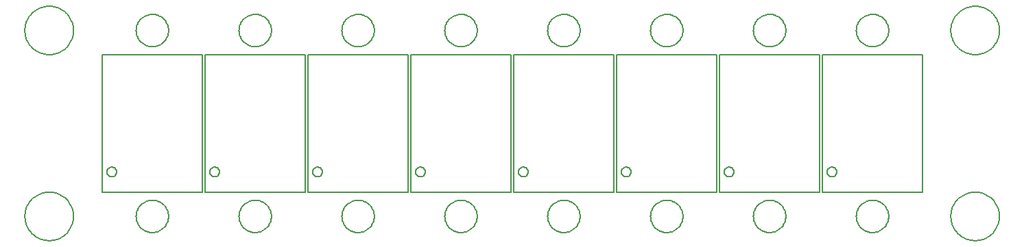
<source format=gbo>
G75*
G70*
%OFA0B0*%
%FSLAX24Y24*%
%IPPOS*%
%LPD*%
%AMOC8*
5,1,8,0,0,1.08239X$1,22.5*
%
%ADD10C,0.0050*%
%ADD11C,0.0080*%
D10*
X006119Y001306D02*
X006121Y001375D01*
X006127Y001443D01*
X006137Y001511D01*
X006151Y001578D01*
X006169Y001645D01*
X006190Y001710D01*
X006216Y001774D01*
X006245Y001836D01*
X006277Y001896D01*
X006313Y001955D01*
X006353Y002011D01*
X006395Y002065D01*
X006441Y002116D01*
X006490Y002165D01*
X006541Y002211D01*
X006595Y002253D01*
X006651Y002293D01*
X006709Y002329D01*
X006770Y002361D01*
X006832Y002390D01*
X006896Y002416D01*
X006961Y002437D01*
X007028Y002455D01*
X007095Y002469D01*
X007163Y002479D01*
X007231Y002485D01*
X007300Y002487D01*
X007369Y002485D01*
X007437Y002479D01*
X007505Y002469D01*
X007572Y002455D01*
X007639Y002437D01*
X007704Y002416D01*
X007768Y002390D01*
X007830Y002361D01*
X007890Y002329D01*
X007949Y002293D01*
X008005Y002253D01*
X008059Y002211D01*
X008110Y002165D01*
X008159Y002116D01*
X008205Y002065D01*
X008247Y002011D01*
X008287Y001955D01*
X008323Y001896D01*
X008355Y001836D01*
X008384Y001774D01*
X008410Y001710D01*
X008431Y001645D01*
X008449Y001578D01*
X008463Y001511D01*
X008473Y001443D01*
X008479Y001375D01*
X008481Y001306D01*
X008479Y001237D01*
X008473Y001169D01*
X008463Y001101D01*
X008449Y001034D01*
X008431Y000967D01*
X008410Y000902D01*
X008384Y000838D01*
X008355Y000776D01*
X008323Y000715D01*
X008287Y000657D01*
X008247Y000601D01*
X008205Y000547D01*
X008159Y000496D01*
X008110Y000447D01*
X008059Y000401D01*
X008005Y000359D01*
X007949Y000319D01*
X007891Y000283D01*
X007830Y000251D01*
X007768Y000222D01*
X007704Y000196D01*
X007639Y000175D01*
X007572Y000157D01*
X007505Y000143D01*
X007437Y000133D01*
X007369Y000127D01*
X007300Y000125D01*
X007231Y000127D01*
X007163Y000133D01*
X007095Y000143D01*
X007028Y000157D01*
X006961Y000175D01*
X006896Y000196D01*
X006832Y000222D01*
X006770Y000251D01*
X006709Y000283D01*
X006651Y000319D01*
X006595Y000359D01*
X006541Y000401D01*
X006490Y000447D01*
X006441Y000496D01*
X006395Y000547D01*
X006353Y000601D01*
X006313Y000657D01*
X006277Y000715D01*
X006245Y000776D01*
X006216Y000838D01*
X006190Y000902D01*
X006169Y000967D01*
X006151Y001034D01*
X006137Y001101D01*
X006127Y001169D01*
X006121Y001237D01*
X006119Y001306D01*
X011525Y001306D02*
X011527Y001362D01*
X011533Y001417D01*
X011543Y001471D01*
X011556Y001525D01*
X011574Y001578D01*
X011595Y001629D01*
X011619Y001679D01*
X011647Y001727D01*
X011679Y001773D01*
X011713Y001817D01*
X011751Y001858D01*
X011791Y001896D01*
X011834Y001931D01*
X011879Y001963D01*
X011927Y001992D01*
X011976Y002018D01*
X012027Y002040D01*
X012079Y002058D01*
X012133Y002072D01*
X012188Y002083D01*
X012243Y002090D01*
X012298Y002093D01*
X012354Y002092D01*
X012409Y002087D01*
X012464Y002078D01*
X012518Y002066D01*
X012571Y002049D01*
X012623Y002029D01*
X012673Y002005D01*
X012721Y001978D01*
X012768Y001948D01*
X012812Y001914D01*
X012854Y001877D01*
X012892Y001837D01*
X012929Y001795D01*
X012962Y001750D01*
X012991Y001704D01*
X013018Y001655D01*
X013040Y001604D01*
X013060Y001552D01*
X013075Y001498D01*
X013087Y001444D01*
X013095Y001389D01*
X013099Y001334D01*
X013099Y001278D01*
X013095Y001223D01*
X013087Y001168D01*
X013075Y001114D01*
X013060Y001060D01*
X013040Y001008D01*
X013018Y000957D01*
X012991Y000908D01*
X012962Y000862D01*
X012929Y000817D01*
X012892Y000775D01*
X012854Y000735D01*
X012812Y000698D01*
X012768Y000664D01*
X012721Y000634D01*
X012673Y000607D01*
X012623Y000583D01*
X012571Y000563D01*
X012518Y000546D01*
X012464Y000534D01*
X012409Y000525D01*
X012354Y000520D01*
X012298Y000519D01*
X012243Y000522D01*
X012188Y000529D01*
X012133Y000540D01*
X012079Y000554D01*
X012027Y000572D01*
X011976Y000594D01*
X011927Y000620D01*
X011879Y000649D01*
X011834Y000681D01*
X011791Y000716D01*
X011751Y000754D01*
X011713Y000795D01*
X011679Y000839D01*
X011647Y000885D01*
X011619Y000933D01*
X011595Y000983D01*
X011574Y001034D01*
X011556Y001087D01*
X011543Y001141D01*
X011533Y001195D01*
X011527Y001250D01*
X011525Y001306D01*
X016525Y001306D02*
X016527Y001362D01*
X016533Y001417D01*
X016543Y001471D01*
X016556Y001525D01*
X016574Y001578D01*
X016595Y001629D01*
X016619Y001679D01*
X016647Y001727D01*
X016679Y001773D01*
X016713Y001817D01*
X016751Y001858D01*
X016791Y001896D01*
X016834Y001931D01*
X016879Y001963D01*
X016927Y001992D01*
X016976Y002018D01*
X017027Y002040D01*
X017079Y002058D01*
X017133Y002072D01*
X017188Y002083D01*
X017243Y002090D01*
X017298Y002093D01*
X017354Y002092D01*
X017409Y002087D01*
X017464Y002078D01*
X017518Y002066D01*
X017571Y002049D01*
X017623Y002029D01*
X017673Y002005D01*
X017721Y001978D01*
X017768Y001948D01*
X017812Y001914D01*
X017854Y001877D01*
X017892Y001837D01*
X017929Y001795D01*
X017962Y001750D01*
X017991Y001704D01*
X018018Y001655D01*
X018040Y001604D01*
X018060Y001552D01*
X018075Y001498D01*
X018087Y001444D01*
X018095Y001389D01*
X018099Y001334D01*
X018099Y001278D01*
X018095Y001223D01*
X018087Y001168D01*
X018075Y001114D01*
X018060Y001060D01*
X018040Y001008D01*
X018018Y000957D01*
X017991Y000908D01*
X017962Y000862D01*
X017929Y000817D01*
X017892Y000775D01*
X017854Y000735D01*
X017812Y000698D01*
X017768Y000664D01*
X017721Y000634D01*
X017673Y000607D01*
X017623Y000583D01*
X017571Y000563D01*
X017518Y000546D01*
X017464Y000534D01*
X017409Y000525D01*
X017354Y000520D01*
X017298Y000519D01*
X017243Y000522D01*
X017188Y000529D01*
X017133Y000540D01*
X017079Y000554D01*
X017027Y000572D01*
X016976Y000594D01*
X016927Y000620D01*
X016879Y000649D01*
X016834Y000681D01*
X016791Y000716D01*
X016751Y000754D01*
X016713Y000795D01*
X016679Y000839D01*
X016647Y000885D01*
X016619Y000933D01*
X016595Y000983D01*
X016574Y001034D01*
X016556Y001087D01*
X016543Y001141D01*
X016533Y001195D01*
X016527Y001250D01*
X016525Y001306D01*
X021525Y001306D02*
X021527Y001362D01*
X021533Y001417D01*
X021543Y001471D01*
X021556Y001525D01*
X021574Y001578D01*
X021595Y001629D01*
X021619Y001679D01*
X021647Y001727D01*
X021679Y001773D01*
X021713Y001817D01*
X021751Y001858D01*
X021791Y001896D01*
X021834Y001931D01*
X021879Y001963D01*
X021927Y001992D01*
X021976Y002018D01*
X022027Y002040D01*
X022079Y002058D01*
X022133Y002072D01*
X022188Y002083D01*
X022243Y002090D01*
X022298Y002093D01*
X022354Y002092D01*
X022409Y002087D01*
X022464Y002078D01*
X022518Y002066D01*
X022571Y002049D01*
X022623Y002029D01*
X022673Y002005D01*
X022721Y001978D01*
X022768Y001948D01*
X022812Y001914D01*
X022854Y001877D01*
X022892Y001837D01*
X022929Y001795D01*
X022962Y001750D01*
X022991Y001704D01*
X023018Y001655D01*
X023040Y001604D01*
X023060Y001552D01*
X023075Y001498D01*
X023087Y001444D01*
X023095Y001389D01*
X023099Y001334D01*
X023099Y001278D01*
X023095Y001223D01*
X023087Y001168D01*
X023075Y001114D01*
X023060Y001060D01*
X023040Y001008D01*
X023018Y000957D01*
X022991Y000908D01*
X022962Y000862D01*
X022929Y000817D01*
X022892Y000775D01*
X022854Y000735D01*
X022812Y000698D01*
X022768Y000664D01*
X022721Y000634D01*
X022673Y000607D01*
X022623Y000583D01*
X022571Y000563D01*
X022518Y000546D01*
X022464Y000534D01*
X022409Y000525D01*
X022354Y000520D01*
X022298Y000519D01*
X022243Y000522D01*
X022188Y000529D01*
X022133Y000540D01*
X022079Y000554D01*
X022027Y000572D01*
X021976Y000594D01*
X021927Y000620D01*
X021879Y000649D01*
X021834Y000681D01*
X021791Y000716D01*
X021751Y000754D01*
X021713Y000795D01*
X021679Y000839D01*
X021647Y000885D01*
X021619Y000933D01*
X021595Y000983D01*
X021574Y001034D01*
X021556Y001087D01*
X021543Y001141D01*
X021533Y001195D01*
X021527Y001250D01*
X021525Y001306D01*
X026525Y001306D02*
X026527Y001362D01*
X026533Y001417D01*
X026543Y001471D01*
X026556Y001525D01*
X026574Y001578D01*
X026595Y001629D01*
X026619Y001679D01*
X026647Y001727D01*
X026679Y001773D01*
X026713Y001817D01*
X026751Y001858D01*
X026791Y001896D01*
X026834Y001931D01*
X026879Y001963D01*
X026927Y001992D01*
X026976Y002018D01*
X027027Y002040D01*
X027079Y002058D01*
X027133Y002072D01*
X027188Y002083D01*
X027243Y002090D01*
X027298Y002093D01*
X027354Y002092D01*
X027409Y002087D01*
X027464Y002078D01*
X027518Y002066D01*
X027571Y002049D01*
X027623Y002029D01*
X027673Y002005D01*
X027721Y001978D01*
X027768Y001948D01*
X027812Y001914D01*
X027854Y001877D01*
X027892Y001837D01*
X027929Y001795D01*
X027962Y001750D01*
X027991Y001704D01*
X028018Y001655D01*
X028040Y001604D01*
X028060Y001552D01*
X028075Y001498D01*
X028087Y001444D01*
X028095Y001389D01*
X028099Y001334D01*
X028099Y001278D01*
X028095Y001223D01*
X028087Y001168D01*
X028075Y001114D01*
X028060Y001060D01*
X028040Y001008D01*
X028018Y000957D01*
X027991Y000908D01*
X027962Y000862D01*
X027929Y000817D01*
X027892Y000775D01*
X027854Y000735D01*
X027812Y000698D01*
X027768Y000664D01*
X027721Y000634D01*
X027673Y000607D01*
X027623Y000583D01*
X027571Y000563D01*
X027518Y000546D01*
X027464Y000534D01*
X027409Y000525D01*
X027354Y000520D01*
X027298Y000519D01*
X027243Y000522D01*
X027188Y000529D01*
X027133Y000540D01*
X027079Y000554D01*
X027027Y000572D01*
X026976Y000594D01*
X026927Y000620D01*
X026879Y000649D01*
X026834Y000681D01*
X026791Y000716D01*
X026751Y000754D01*
X026713Y000795D01*
X026679Y000839D01*
X026647Y000885D01*
X026619Y000933D01*
X026595Y000983D01*
X026574Y001034D01*
X026556Y001087D01*
X026543Y001141D01*
X026533Y001195D01*
X026527Y001250D01*
X026525Y001306D01*
X031525Y001306D02*
X031527Y001362D01*
X031533Y001417D01*
X031543Y001471D01*
X031556Y001525D01*
X031574Y001578D01*
X031595Y001629D01*
X031619Y001679D01*
X031647Y001727D01*
X031679Y001773D01*
X031713Y001817D01*
X031751Y001858D01*
X031791Y001896D01*
X031834Y001931D01*
X031879Y001963D01*
X031927Y001992D01*
X031976Y002018D01*
X032027Y002040D01*
X032079Y002058D01*
X032133Y002072D01*
X032188Y002083D01*
X032243Y002090D01*
X032298Y002093D01*
X032354Y002092D01*
X032409Y002087D01*
X032464Y002078D01*
X032518Y002066D01*
X032571Y002049D01*
X032623Y002029D01*
X032673Y002005D01*
X032721Y001978D01*
X032768Y001948D01*
X032812Y001914D01*
X032854Y001877D01*
X032892Y001837D01*
X032929Y001795D01*
X032962Y001750D01*
X032991Y001704D01*
X033018Y001655D01*
X033040Y001604D01*
X033060Y001552D01*
X033075Y001498D01*
X033087Y001444D01*
X033095Y001389D01*
X033099Y001334D01*
X033099Y001278D01*
X033095Y001223D01*
X033087Y001168D01*
X033075Y001114D01*
X033060Y001060D01*
X033040Y001008D01*
X033018Y000957D01*
X032991Y000908D01*
X032962Y000862D01*
X032929Y000817D01*
X032892Y000775D01*
X032854Y000735D01*
X032812Y000698D01*
X032768Y000664D01*
X032721Y000634D01*
X032673Y000607D01*
X032623Y000583D01*
X032571Y000563D01*
X032518Y000546D01*
X032464Y000534D01*
X032409Y000525D01*
X032354Y000520D01*
X032298Y000519D01*
X032243Y000522D01*
X032188Y000529D01*
X032133Y000540D01*
X032079Y000554D01*
X032027Y000572D01*
X031976Y000594D01*
X031927Y000620D01*
X031879Y000649D01*
X031834Y000681D01*
X031791Y000716D01*
X031751Y000754D01*
X031713Y000795D01*
X031679Y000839D01*
X031647Y000885D01*
X031619Y000933D01*
X031595Y000983D01*
X031574Y001034D01*
X031556Y001087D01*
X031543Y001141D01*
X031533Y001195D01*
X031527Y001250D01*
X031525Y001306D01*
X036525Y001306D02*
X036527Y001362D01*
X036533Y001417D01*
X036543Y001471D01*
X036556Y001525D01*
X036574Y001578D01*
X036595Y001629D01*
X036619Y001679D01*
X036647Y001727D01*
X036679Y001773D01*
X036713Y001817D01*
X036751Y001858D01*
X036791Y001896D01*
X036834Y001931D01*
X036879Y001963D01*
X036927Y001992D01*
X036976Y002018D01*
X037027Y002040D01*
X037079Y002058D01*
X037133Y002072D01*
X037188Y002083D01*
X037243Y002090D01*
X037298Y002093D01*
X037354Y002092D01*
X037409Y002087D01*
X037464Y002078D01*
X037518Y002066D01*
X037571Y002049D01*
X037623Y002029D01*
X037673Y002005D01*
X037721Y001978D01*
X037768Y001948D01*
X037812Y001914D01*
X037854Y001877D01*
X037892Y001837D01*
X037929Y001795D01*
X037962Y001750D01*
X037991Y001704D01*
X038018Y001655D01*
X038040Y001604D01*
X038060Y001552D01*
X038075Y001498D01*
X038087Y001444D01*
X038095Y001389D01*
X038099Y001334D01*
X038099Y001278D01*
X038095Y001223D01*
X038087Y001168D01*
X038075Y001114D01*
X038060Y001060D01*
X038040Y001008D01*
X038018Y000957D01*
X037991Y000908D01*
X037962Y000862D01*
X037929Y000817D01*
X037892Y000775D01*
X037854Y000735D01*
X037812Y000698D01*
X037768Y000664D01*
X037721Y000634D01*
X037673Y000607D01*
X037623Y000583D01*
X037571Y000563D01*
X037518Y000546D01*
X037464Y000534D01*
X037409Y000525D01*
X037354Y000520D01*
X037298Y000519D01*
X037243Y000522D01*
X037188Y000529D01*
X037133Y000540D01*
X037079Y000554D01*
X037027Y000572D01*
X036976Y000594D01*
X036927Y000620D01*
X036879Y000649D01*
X036834Y000681D01*
X036791Y000716D01*
X036751Y000754D01*
X036713Y000795D01*
X036679Y000839D01*
X036647Y000885D01*
X036619Y000933D01*
X036595Y000983D01*
X036574Y001034D01*
X036556Y001087D01*
X036543Y001141D01*
X036533Y001195D01*
X036527Y001250D01*
X036525Y001306D01*
X041525Y001306D02*
X041527Y001362D01*
X041533Y001417D01*
X041543Y001471D01*
X041556Y001525D01*
X041574Y001578D01*
X041595Y001629D01*
X041619Y001679D01*
X041647Y001727D01*
X041679Y001773D01*
X041713Y001817D01*
X041751Y001858D01*
X041791Y001896D01*
X041834Y001931D01*
X041879Y001963D01*
X041927Y001992D01*
X041976Y002018D01*
X042027Y002040D01*
X042079Y002058D01*
X042133Y002072D01*
X042188Y002083D01*
X042243Y002090D01*
X042298Y002093D01*
X042354Y002092D01*
X042409Y002087D01*
X042464Y002078D01*
X042518Y002066D01*
X042571Y002049D01*
X042623Y002029D01*
X042673Y002005D01*
X042721Y001978D01*
X042768Y001948D01*
X042812Y001914D01*
X042854Y001877D01*
X042892Y001837D01*
X042929Y001795D01*
X042962Y001750D01*
X042991Y001704D01*
X043018Y001655D01*
X043040Y001604D01*
X043060Y001552D01*
X043075Y001498D01*
X043087Y001444D01*
X043095Y001389D01*
X043099Y001334D01*
X043099Y001278D01*
X043095Y001223D01*
X043087Y001168D01*
X043075Y001114D01*
X043060Y001060D01*
X043040Y001008D01*
X043018Y000957D01*
X042991Y000908D01*
X042962Y000862D01*
X042929Y000817D01*
X042892Y000775D01*
X042854Y000735D01*
X042812Y000698D01*
X042768Y000664D01*
X042721Y000634D01*
X042673Y000607D01*
X042623Y000583D01*
X042571Y000563D01*
X042518Y000546D01*
X042464Y000534D01*
X042409Y000525D01*
X042354Y000520D01*
X042298Y000519D01*
X042243Y000522D01*
X042188Y000529D01*
X042133Y000540D01*
X042079Y000554D01*
X042027Y000572D01*
X041976Y000594D01*
X041927Y000620D01*
X041879Y000649D01*
X041834Y000681D01*
X041791Y000716D01*
X041751Y000754D01*
X041713Y000795D01*
X041679Y000839D01*
X041647Y000885D01*
X041619Y000933D01*
X041595Y000983D01*
X041574Y001034D01*
X041556Y001087D01*
X041543Y001141D01*
X041533Y001195D01*
X041527Y001250D01*
X041525Y001306D01*
X046525Y001306D02*
X046527Y001362D01*
X046533Y001417D01*
X046543Y001471D01*
X046556Y001525D01*
X046574Y001578D01*
X046595Y001629D01*
X046619Y001679D01*
X046647Y001727D01*
X046679Y001773D01*
X046713Y001817D01*
X046751Y001858D01*
X046791Y001896D01*
X046834Y001931D01*
X046879Y001963D01*
X046927Y001992D01*
X046976Y002018D01*
X047027Y002040D01*
X047079Y002058D01*
X047133Y002072D01*
X047188Y002083D01*
X047243Y002090D01*
X047298Y002093D01*
X047354Y002092D01*
X047409Y002087D01*
X047464Y002078D01*
X047518Y002066D01*
X047571Y002049D01*
X047623Y002029D01*
X047673Y002005D01*
X047721Y001978D01*
X047768Y001948D01*
X047812Y001914D01*
X047854Y001877D01*
X047892Y001837D01*
X047929Y001795D01*
X047962Y001750D01*
X047991Y001704D01*
X048018Y001655D01*
X048040Y001604D01*
X048060Y001552D01*
X048075Y001498D01*
X048087Y001444D01*
X048095Y001389D01*
X048099Y001334D01*
X048099Y001278D01*
X048095Y001223D01*
X048087Y001168D01*
X048075Y001114D01*
X048060Y001060D01*
X048040Y001008D01*
X048018Y000957D01*
X047991Y000908D01*
X047962Y000862D01*
X047929Y000817D01*
X047892Y000775D01*
X047854Y000735D01*
X047812Y000698D01*
X047768Y000664D01*
X047721Y000634D01*
X047673Y000607D01*
X047623Y000583D01*
X047571Y000563D01*
X047518Y000546D01*
X047464Y000534D01*
X047409Y000525D01*
X047354Y000520D01*
X047298Y000519D01*
X047243Y000522D01*
X047188Y000529D01*
X047133Y000540D01*
X047079Y000554D01*
X047027Y000572D01*
X046976Y000594D01*
X046927Y000620D01*
X046879Y000649D01*
X046834Y000681D01*
X046791Y000716D01*
X046751Y000754D01*
X046713Y000795D01*
X046679Y000839D01*
X046647Y000885D01*
X046619Y000933D01*
X046595Y000983D01*
X046574Y001034D01*
X046556Y001087D01*
X046543Y001141D01*
X046533Y001195D01*
X046527Y001250D01*
X046525Y001306D01*
X051119Y001306D02*
X051121Y001375D01*
X051127Y001443D01*
X051137Y001511D01*
X051151Y001578D01*
X051169Y001645D01*
X051190Y001710D01*
X051216Y001774D01*
X051245Y001836D01*
X051277Y001896D01*
X051313Y001955D01*
X051353Y002011D01*
X051395Y002065D01*
X051441Y002116D01*
X051490Y002165D01*
X051541Y002211D01*
X051595Y002253D01*
X051651Y002293D01*
X051709Y002329D01*
X051770Y002361D01*
X051832Y002390D01*
X051896Y002416D01*
X051961Y002437D01*
X052028Y002455D01*
X052095Y002469D01*
X052163Y002479D01*
X052231Y002485D01*
X052300Y002487D01*
X052369Y002485D01*
X052437Y002479D01*
X052505Y002469D01*
X052572Y002455D01*
X052639Y002437D01*
X052704Y002416D01*
X052768Y002390D01*
X052830Y002361D01*
X052890Y002329D01*
X052949Y002293D01*
X053005Y002253D01*
X053059Y002211D01*
X053110Y002165D01*
X053159Y002116D01*
X053205Y002065D01*
X053247Y002011D01*
X053287Y001955D01*
X053323Y001896D01*
X053355Y001836D01*
X053384Y001774D01*
X053410Y001710D01*
X053431Y001645D01*
X053449Y001578D01*
X053463Y001511D01*
X053473Y001443D01*
X053479Y001375D01*
X053481Y001306D01*
X053479Y001237D01*
X053473Y001169D01*
X053463Y001101D01*
X053449Y001034D01*
X053431Y000967D01*
X053410Y000902D01*
X053384Y000838D01*
X053355Y000776D01*
X053323Y000715D01*
X053287Y000657D01*
X053247Y000601D01*
X053205Y000547D01*
X053159Y000496D01*
X053110Y000447D01*
X053059Y000401D01*
X053005Y000359D01*
X052949Y000319D01*
X052891Y000283D01*
X052830Y000251D01*
X052768Y000222D01*
X052704Y000196D01*
X052639Y000175D01*
X052572Y000157D01*
X052505Y000143D01*
X052437Y000133D01*
X052369Y000127D01*
X052300Y000125D01*
X052231Y000127D01*
X052163Y000133D01*
X052095Y000143D01*
X052028Y000157D01*
X051961Y000175D01*
X051896Y000196D01*
X051832Y000222D01*
X051770Y000251D01*
X051709Y000283D01*
X051651Y000319D01*
X051595Y000359D01*
X051541Y000401D01*
X051490Y000447D01*
X051441Y000496D01*
X051395Y000547D01*
X051353Y000601D01*
X051313Y000657D01*
X051277Y000715D01*
X051245Y000776D01*
X051216Y000838D01*
X051190Y000902D01*
X051169Y000967D01*
X051151Y001034D01*
X051137Y001101D01*
X051127Y001169D01*
X051121Y001237D01*
X051119Y001306D01*
X051123Y010361D02*
X051125Y010430D01*
X051131Y010498D01*
X051141Y010566D01*
X051155Y010633D01*
X051173Y010700D01*
X051194Y010765D01*
X051220Y010829D01*
X051249Y010891D01*
X051281Y010951D01*
X051317Y011010D01*
X051357Y011066D01*
X051399Y011120D01*
X051445Y011171D01*
X051494Y011220D01*
X051545Y011266D01*
X051599Y011308D01*
X051655Y011348D01*
X051713Y011384D01*
X051774Y011416D01*
X051836Y011445D01*
X051900Y011471D01*
X051965Y011492D01*
X052032Y011510D01*
X052099Y011524D01*
X052167Y011534D01*
X052235Y011540D01*
X052304Y011542D01*
X052373Y011540D01*
X052441Y011534D01*
X052509Y011524D01*
X052576Y011510D01*
X052643Y011492D01*
X052708Y011471D01*
X052772Y011445D01*
X052834Y011416D01*
X052894Y011384D01*
X052953Y011348D01*
X053009Y011308D01*
X053063Y011266D01*
X053114Y011220D01*
X053163Y011171D01*
X053209Y011120D01*
X053251Y011066D01*
X053291Y011010D01*
X053327Y010951D01*
X053359Y010891D01*
X053388Y010829D01*
X053414Y010765D01*
X053435Y010700D01*
X053453Y010633D01*
X053467Y010566D01*
X053477Y010498D01*
X053483Y010430D01*
X053485Y010361D01*
X053483Y010292D01*
X053477Y010224D01*
X053467Y010156D01*
X053453Y010089D01*
X053435Y010022D01*
X053414Y009957D01*
X053388Y009893D01*
X053359Y009831D01*
X053327Y009770D01*
X053291Y009712D01*
X053251Y009656D01*
X053209Y009602D01*
X053163Y009551D01*
X053114Y009502D01*
X053063Y009456D01*
X053009Y009414D01*
X052953Y009374D01*
X052895Y009338D01*
X052834Y009306D01*
X052772Y009277D01*
X052708Y009251D01*
X052643Y009230D01*
X052576Y009212D01*
X052509Y009198D01*
X052441Y009188D01*
X052373Y009182D01*
X052304Y009180D01*
X052235Y009182D01*
X052167Y009188D01*
X052099Y009198D01*
X052032Y009212D01*
X051965Y009230D01*
X051900Y009251D01*
X051836Y009277D01*
X051774Y009306D01*
X051713Y009338D01*
X051655Y009374D01*
X051599Y009414D01*
X051545Y009456D01*
X051494Y009502D01*
X051445Y009551D01*
X051399Y009602D01*
X051357Y009656D01*
X051317Y009712D01*
X051281Y009770D01*
X051249Y009831D01*
X051220Y009893D01*
X051194Y009957D01*
X051173Y010022D01*
X051155Y010089D01*
X051141Y010156D01*
X051131Y010224D01*
X051125Y010292D01*
X051123Y010361D01*
X046525Y010361D02*
X046527Y010417D01*
X046533Y010472D01*
X046543Y010526D01*
X046556Y010580D01*
X046574Y010633D01*
X046595Y010684D01*
X046619Y010734D01*
X046647Y010782D01*
X046679Y010828D01*
X046713Y010872D01*
X046751Y010913D01*
X046791Y010951D01*
X046834Y010986D01*
X046879Y011018D01*
X046927Y011047D01*
X046976Y011073D01*
X047027Y011095D01*
X047079Y011113D01*
X047133Y011127D01*
X047188Y011138D01*
X047243Y011145D01*
X047298Y011148D01*
X047354Y011147D01*
X047409Y011142D01*
X047464Y011133D01*
X047518Y011121D01*
X047571Y011104D01*
X047623Y011084D01*
X047673Y011060D01*
X047721Y011033D01*
X047768Y011003D01*
X047812Y010969D01*
X047854Y010932D01*
X047892Y010892D01*
X047929Y010850D01*
X047962Y010805D01*
X047991Y010759D01*
X048018Y010710D01*
X048040Y010659D01*
X048060Y010607D01*
X048075Y010553D01*
X048087Y010499D01*
X048095Y010444D01*
X048099Y010389D01*
X048099Y010333D01*
X048095Y010278D01*
X048087Y010223D01*
X048075Y010169D01*
X048060Y010115D01*
X048040Y010063D01*
X048018Y010012D01*
X047991Y009963D01*
X047962Y009917D01*
X047929Y009872D01*
X047892Y009830D01*
X047854Y009790D01*
X047812Y009753D01*
X047768Y009719D01*
X047721Y009689D01*
X047673Y009662D01*
X047623Y009638D01*
X047571Y009618D01*
X047518Y009601D01*
X047464Y009589D01*
X047409Y009580D01*
X047354Y009575D01*
X047298Y009574D01*
X047243Y009577D01*
X047188Y009584D01*
X047133Y009595D01*
X047079Y009609D01*
X047027Y009627D01*
X046976Y009649D01*
X046927Y009675D01*
X046879Y009704D01*
X046834Y009736D01*
X046791Y009771D01*
X046751Y009809D01*
X046713Y009850D01*
X046679Y009894D01*
X046647Y009940D01*
X046619Y009988D01*
X046595Y010038D01*
X046574Y010089D01*
X046556Y010142D01*
X046543Y010196D01*
X046533Y010250D01*
X046527Y010305D01*
X046525Y010361D01*
X041525Y010361D02*
X041527Y010417D01*
X041533Y010472D01*
X041543Y010526D01*
X041556Y010580D01*
X041574Y010633D01*
X041595Y010684D01*
X041619Y010734D01*
X041647Y010782D01*
X041679Y010828D01*
X041713Y010872D01*
X041751Y010913D01*
X041791Y010951D01*
X041834Y010986D01*
X041879Y011018D01*
X041927Y011047D01*
X041976Y011073D01*
X042027Y011095D01*
X042079Y011113D01*
X042133Y011127D01*
X042188Y011138D01*
X042243Y011145D01*
X042298Y011148D01*
X042354Y011147D01*
X042409Y011142D01*
X042464Y011133D01*
X042518Y011121D01*
X042571Y011104D01*
X042623Y011084D01*
X042673Y011060D01*
X042721Y011033D01*
X042768Y011003D01*
X042812Y010969D01*
X042854Y010932D01*
X042892Y010892D01*
X042929Y010850D01*
X042962Y010805D01*
X042991Y010759D01*
X043018Y010710D01*
X043040Y010659D01*
X043060Y010607D01*
X043075Y010553D01*
X043087Y010499D01*
X043095Y010444D01*
X043099Y010389D01*
X043099Y010333D01*
X043095Y010278D01*
X043087Y010223D01*
X043075Y010169D01*
X043060Y010115D01*
X043040Y010063D01*
X043018Y010012D01*
X042991Y009963D01*
X042962Y009917D01*
X042929Y009872D01*
X042892Y009830D01*
X042854Y009790D01*
X042812Y009753D01*
X042768Y009719D01*
X042721Y009689D01*
X042673Y009662D01*
X042623Y009638D01*
X042571Y009618D01*
X042518Y009601D01*
X042464Y009589D01*
X042409Y009580D01*
X042354Y009575D01*
X042298Y009574D01*
X042243Y009577D01*
X042188Y009584D01*
X042133Y009595D01*
X042079Y009609D01*
X042027Y009627D01*
X041976Y009649D01*
X041927Y009675D01*
X041879Y009704D01*
X041834Y009736D01*
X041791Y009771D01*
X041751Y009809D01*
X041713Y009850D01*
X041679Y009894D01*
X041647Y009940D01*
X041619Y009988D01*
X041595Y010038D01*
X041574Y010089D01*
X041556Y010142D01*
X041543Y010196D01*
X041533Y010250D01*
X041527Y010305D01*
X041525Y010361D01*
X036525Y010361D02*
X036527Y010417D01*
X036533Y010472D01*
X036543Y010526D01*
X036556Y010580D01*
X036574Y010633D01*
X036595Y010684D01*
X036619Y010734D01*
X036647Y010782D01*
X036679Y010828D01*
X036713Y010872D01*
X036751Y010913D01*
X036791Y010951D01*
X036834Y010986D01*
X036879Y011018D01*
X036927Y011047D01*
X036976Y011073D01*
X037027Y011095D01*
X037079Y011113D01*
X037133Y011127D01*
X037188Y011138D01*
X037243Y011145D01*
X037298Y011148D01*
X037354Y011147D01*
X037409Y011142D01*
X037464Y011133D01*
X037518Y011121D01*
X037571Y011104D01*
X037623Y011084D01*
X037673Y011060D01*
X037721Y011033D01*
X037768Y011003D01*
X037812Y010969D01*
X037854Y010932D01*
X037892Y010892D01*
X037929Y010850D01*
X037962Y010805D01*
X037991Y010759D01*
X038018Y010710D01*
X038040Y010659D01*
X038060Y010607D01*
X038075Y010553D01*
X038087Y010499D01*
X038095Y010444D01*
X038099Y010389D01*
X038099Y010333D01*
X038095Y010278D01*
X038087Y010223D01*
X038075Y010169D01*
X038060Y010115D01*
X038040Y010063D01*
X038018Y010012D01*
X037991Y009963D01*
X037962Y009917D01*
X037929Y009872D01*
X037892Y009830D01*
X037854Y009790D01*
X037812Y009753D01*
X037768Y009719D01*
X037721Y009689D01*
X037673Y009662D01*
X037623Y009638D01*
X037571Y009618D01*
X037518Y009601D01*
X037464Y009589D01*
X037409Y009580D01*
X037354Y009575D01*
X037298Y009574D01*
X037243Y009577D01*
X037188Y009584D01*
X037133Y009595D01*
X037079Y009609D01*
X037027Y009627D01*
X036976Y009649D01*
X036927Y009675D01*
X036879Y009704D01*
X036834Y009736D01*
X036791Y009771D01*
X036751Y009809D01*
X036713Y009850D01*
X036679Y009894D01*
X036647Y009940D01*
X036619Y009988D01*
X036595Y010038D01*
X036574Y010089D01*
X036556Y010142D01*
X036543Y010196D01*
X036533Y010250D01*
X036527Y010305D01*
X036525Y010361D01*
X031525Y010361D02*
X031527Y010417D01*
X031533Y010472D01*
X031543Y010526D01*
X031556Y010580D01*
X031574Y010633D01*
X031595Y010684D01*
X031619Y010734D01*
X031647Y010782D01*
X031679Y010828D01*
X031713Y010872D01*
X031751Y010913D01*
X031791Y010951D01*
X031834Y010986D01*
X031879Y011018D01*
X031927Y011047D01*
X031976Y011073D01*
X032027Y011095D01*
X032079Y011113D01*
X032133Y011127D01*
X032188Y011138D01*
X032243Y011145D01*
X032298Y011148D01*
X032354Y011147D01*
X032409Y011142D01*
X032464Y011133D01*
X032518Y011121D01*
X032571Y011104D01*
X032623Y011084D01*
X032673Y011060D01*
X032721Y011033D01*
X032768Y011003D01*
X032812Y010969D01*
X032854Y010932D01*
X032892Y010892D01*
X032929Y010850D01*
X032962Y010805D01*
X032991Y010759D01*
X033018Y010710D01*
X033040Y010659D01*
X033060Y010607D01*
X033075Y010553D01*
X033087Y010499D01*
X033095Y010444D01*
X033099Y010389D01*
X033099Y010333D01*
X033095Y010278D01*
X033087Y010223D01*
X033075Y010169D01*
X033060Y010115D01*
X033040Y010063D01*
X033018Y010012D01*
X032991Y009963D01*
X032962Y009917D01*
X032929Y009872D01*
X032892Y009830D01*
X032854Y009790D01*
X032812Y009753D01*
X032768Y009719D01*
X032721Y009689D01*
X032673Y009662D01*
X032623Y009638D01*
X032571Y009618D01*
X032518Y009601D01*
X032464Y009589D01*
X032409Y009580D01*
X032354Y009575D01*
X032298Y009574D01*
X032243Y009577D01*
X032188Y009584D01*
X032133Y009595D01*
X032079Y009609D01*
X032027Y009627D01*
X031976Y009649D01*
X031927Y009675D01*
X031879Y009704D01*
X031834Y009736D01*
X031791Y009771D01*
X031751Y009809D01*
X031713Y009850D01*
X031679Y009894D01*
X031647Y009940D01*
X031619Y009988D01*
X031595Y010038D01*
X031574Y010089D01*
X031556Y010142D01*
X031543Y010196D01*
X031533Y010250D01*
X031527Y010305D01*
X031525Y010361D01*
X026525Y010361D02*
X026527Y010417D01*
X026533Y010472D01*
X026543Y010526D01*
X026556Y010580D01*
X026574Y010633D01*
X026595Y010684D01*
X026619Y010734D01*
X026647Y010782D01*
X026679Y010828D01*
X026713Y010872D01*
X026751Y010913D01*
X026791Y010951D01*
X026834Y010986D01*
X026879Y011018D01*
X026927Y011047D01*
X026976Y011073D01*
X027027Y011095D01*
X027079Y011113D01*
X027133Y011127D01*
X027188Y011138D01*
X027243Y011145D01*
X027298Y011148D01*
X027354Y011147D01*
X027409Y011142D01*
X027464Y011133D01*
X027518Y011121D01*
X027571Y011104D01*
X027623Y011084D01*
X027673Y011060D01*
X027721Y011033D01*
X027768Y011003D01*
X027812Y010969D01*
X027854Y010932D01*
X027892Y010892D01*
X027929Y010850D01*
X027962Y010805D01*
X027991Y010759D01*
X028018Y010710D01*
X028040Y010659D01*
X028060Y010607D01*
X028075Y010553D01*
X028087Y010499D01*
X028095Y010444D01*
X028099Y010389D01*
X028099Y010333D01*
X028095Y010278D01*
X028087Y010223D01*
X028075Y010169D01*
X028060Y010115D01*
X028040Y010063D01*
X028018Y010012D01*
X027991Y009963D01*
X027962Y009917D01*
X027929Y009872D01*
X027892Y009830D01*
X027854Y009790D01*
X027812Y009753D01*
X027768Y009719D01*
X027721Y009689D01*
X027673Y009662D01*
X027623Y009638D01*
X027571Y009618D01*
X027518Y009601D01*
X027464Y009589D01*
X027409Y009580D01*
X027354Y009575D01*
X027298Y009574D01*
X027243Y009577D01*
X027188Y009584D01*
X027133Y009595D01*
X027079Y009609D01*
X027027Y009627D01*
X026976Y009649D01*
X026927Y009675D01*
X026879Y009704D01*
X026834Y009736D01*
X026791Y009771D01*
X026751Y009809D01*
X026713Y009850D01*
X026679Y009894D01*
X026647Y009940D01*
X026619Y009988D01*
X026595Y010038D01*
X026574Y010089D01*
X026556Y010142D01*
X026543Y010196D01*
X026533Y010250D01*
X026527Y010305D01*
X026525Y010361D01*
X021525Y010361D02*
X021527Y010417D01*
X021533Y010472D01*
X021543Y010526D01*
X021556Y010580D01*
X021574Y010633D01*
X021595Y010684D01*
X021619Y010734D01*
X021647Y010782D01*
X021679Y010828D01*
X021713Y010872D01*
X021751Y010913D01*
X021791Y010951D01*
X021834Y010986D01*
X021879Y011018D01*
X021927Y011047D01*
X021976Y011073D01*
X022027Y011095D01*
X022079Y011113D01*
X022133Y011127D01*
X022188Y011138D01*
X022243Y011145D01*
X022298Y011148D01*
X022354Y011147D01*
X022409Y011142D01*
X022464Y011133D01*
X022518Y011121D01*
X022571Y011104D01*
X022623Y011084D01*
X022673Y011060D01*
X022721Y011033D01*
X022768Y011003D01*
X022812Y010969D01*
X022854Y010932D01*
X022892Y010892D01*
X022929Y010850D01*
X022962Y010805D01*
X022991Y010759D01*
X023018Y010710D01*
X023040Y010659D01*
X023060Y010607D01*
X023075Y010553D01*
X023087Y010499D01*
X023095Y010444D01*
X023099Y010389D01*
X023099Y010333D01*
X023095Y010278D01*
X023087Y010223D01*
X023075Y010169D01*
X023060Y010115D01*
X023040Y010063D01*
X023018Y010012D01*
X022991Y009963D01*
X022962Y009917D01*
X022929Y009872D01*
X022892Y009830D01*
X022854Y009790D01*
X022812Y009753D01*
X022768Y009719D01*
X022721Y009689D01*
X022673Y009662D01*
X022623Y009638D01*
X022571Y009618D01*
X022518Y009601D01*
X022464Y009589D01*
X022409Y009580D01*
X022354Y009575D01*
X022298Y009574D01*
X022243Y009577D01*
X022188Y009584D01*
X022133Y009595D01*
X022079Y009609D01*
X022027Y009627D01*
X021976Y009649D01*
X021927Y009675D01*
X021879Y009704D01*
X021834Y009736D01*
X021791Y009771D01*
X021751Y009809D01*
X021713Y009850D01*
X021679Y009894D01*
X021647Y009940D01*
X021619Y009988D01*
X021595Y010038D01*
X021574Y010089D01*
X021556Y010142D01*
X021543Y010196D01*
X021533Y010250D01*
X021527Y010305D01*
X021525Y010361D01*
X016525Y010361D02*
X016527Y010417D01*
X016533Y010472D01*
X016543Y010526D01*
X016556Y010580D01*
X016574Y010633D01*
X016595Y010684D01*
X016619Y010734D01*
X016647Y010782D01*
X016679Y010828D01*
X016713Y010872D01*
X016751Y010913D01*
X016791Y010951D01*
X016834Y010986D01*
X016879Y011018D01*
X016927Y011047D01*
X016976Y011073D01*
X017027Y011095D01*
X017079Y011113D01*
X017133Y011127D01*
X017188Y011138D01*
X017243Y011145D01*
X017298Y011148D01*
X017354Y011147D01*
X017409Y011142D01*
X017464Y011133D01*
X017518Y011121D01*
X017571Y011104D01*
X017623Y011084D01*
X017673Y011060D01*
X017721Y011033D01*
X017768Y011003D01*
X017812Y010969D01*
X017854Y010932D01*
X017892Y010892D01*
X017929Y010850D01*
X017962Y010805D01*
X017991Y010759D01*
X018018Y010710D01*
X018040Y010659D01*
X018060Y010607D01*
X018075Y010553D01*
X018087Y010499D01*
X018095Y010444D01*
X018099Y010389D01*
X018099Y010333D01*
X018095Y010278D01*
X018087Y010223D01*
X018075Y010169D01*
X018060Y010115D01*
X018040Y010063D01*
X018018Y010012D01*
X017991Y009963D01*
X017962Y009917D01*
X017929Y009872D01*
X017892Y009830D01*
X017854Y009790D01*
X017812Y009753D01*
X017768Y009719D01*
X017721Y009689D01*
X017673Y009662D01*
X017623Y009638D01*
X017571Y009618D01*
X017518Y009601D01*
X017464Y009589D01*
X017409Y009580D01*
X017354Y009575D01*
X017298Y009574D01*
X017243Y009577D01*
X017188Y009584D01*
X017133Y009595D01*
X017079Y009609D01*
X017027Y009627D01*
X016976Y009649D01*
X016927Y009675D01*
X016879Y009704D01*
X016834Y009736D01*
X016791Y009771D01*
X016751Y009809D01*
X016713Y009850D01*
X016679Y009894D01*
X016647Y009940D01*
X016619Y009988D01*
X016595Y010038D01*
X016574Y010089D01*
X016556Y010142D01*
X016543Y010196D01*
X016533Y010250D01*
X016527Y010305D01*
X016525Y010361D01*
X011525Y010361D02*
X011527Y010417D01*
X011533Y010472D01*
X011543Y010526D01*
X011556Y010580D01*
X011574Y010633D01*
X011595Y010684D01*
X011619Y010734D01*
X011647Y010782D01*
X011679Y010828D01*
X011713Y010872D01*
X011751Y010913D01*
X011791Y010951D01*
X011834Y010986D01*
X011879Y011018D01*
X011927Y011047D01*
X011976Y011073D01*
X012027Y011095D01*
X012079Y011113D01*
X012133Y011127D01*
X012188Y011138D01*
X012243Y011145D01*
X012298Y011148D01*
X012354Y011147D01*
X012409Y011142D01*
X012464Y011133D01*
X012518Y011121D01*
X012571Y011104D01*
X012623Y011084D01*
X012673Y011060D01*
X012721Y011033D01*
X012768Y011003D01*
X012812Y010969D01*
X012854Y010932D01*
X012892Y010892D01*
X012929Y010850D01*
X012962Y010805D01*
X012991Y010759D01*
X013018Y010710D01*
X013040Y010659D01*
X013060Y010607D01*
X013075Y010553D01*
X013087Y010499D01*
X013095Y010444D01*
X013099Y010389D01*
X013099Y010333D01*
X013095Y010278D01*
X013087Y010223D01*
X013075Y010169D01*
X013060Y010115D01*
X013040Y010063D01*
X013018Y010012D01*
X012991Y009963D01*
X012962Y009917D01*
X012929Y009872D01*
X012892Y009830D01*
X012854Y009790D01*
X012812Y009753D01*
X012768Y009719D01*
X012721Y009689D01*
X012673Y009662D01*
X012623Y009638D01*
X012571Y009618D01*
X012518Y009601D01*
X012464Y009589D01*
X012409Y009580D01*
X012354Y009575D01*
X012298Y009574D01*
X012243Y009577D01*
X012188Y009584D01*
X012133Y009595D01*
X012079Y009609D01*
X012027Y009627D01*
X011976Y009649D01*
X011927Y009675D01*
X011879Y009704D01*
X011834Y009736D01*
X011791Y009771D01*
X011751Y009809D01*
X011713Y009850D01*
X011679Y009894D01*
X011647Y009940D01*
X011619Y009988D01*
X011595Y010038D01*
X011574Y010089D01*
X011556Y010142D01*
X011543Y010196D01*
X011533Y010250D01*
X011527Y010305D01*
X011525Y010361D01*
X006119Y010361D02*
X006121Y010430D01*
X006127Y010498D01*
X006137Y010566D01*
X006151Y010633D01*
X006169Y010700D01*
X006190Y010765D01*
X006216Y010829D01*
X006245Y010891D01*
X006277Y010951D01*
X006313Y011010D01*
X006353Y011066D01*
X006395Y011120D01*
X006441Y011171D01*
X006490Y011220D01*
X006541Y011266D01*
X006595Y011308D01*
X006651Y011348D01*
X006709Y011384D01*
X006770Y011416D01*
X006832Y011445D01*
X006896Y011471D01*
X006961Y011492D01*
X007028Y011510D01*
X007095Y011524D01*
X007163Y011534D01*
X007231Y011540D01*
X007300Y011542D01*
X007369Y011540D01*
X007437Y011534D01*
X007505Y011524D01*
X007572Y011510D01*
X007639Y011492D01*
X007704Y011471D01*
X007768Y011445D01*
X007830Y011416D01*
X007890Y011384D01*
X007949Y011348D01*
X008005Y011308D01*
X008059Y011266D01*
X008110Y011220D01*
X008159Y011171D01*
X008205Y011120D01*
X008247Y011066D01*
X008287Y011010D01*
X008323Y010951D01*
X008355Y010891D01*
X008384Y010829D01*
X008410Y010765D01*
X008431Y010700D01*
X008449Y010633D01*
X008463Y010566D01*
X008473Y010498D01*
X008479Y010430D01*
X008481Y010361D01*
X008479Y010292D01*
X008473Y010224D01*
X008463Y010156D01*
X008449Y010089D01*
X008431Y010022D01*
X008410Y009957D01*
X008384Y009893D01*
X008355Y009831D01*
X008323Y009770D01*
X008287Y009712D01*
X008247Y009656D01*
X008205Y009602D01*
X008159Y009551D01*
X008110Y009502D01*
X008059Y009456D01*
X008005Y009414D01*
X007949Y009374D01*
X007891Y009338D01*
X007830Y009306D01*
X007768Y009277D01*
X007704Y009251D01*
X007639Y009230D01*
X007572Y009212D01*
X007505Y009198D01*
X007437Y009188D01*
X007369Y009182D01*
X007300Y009180D01*
X007231Y009182D01*
X007163Y009188D01*
X007095Y009198D01*
X007028Y009212D01*
X006961Y009230D01*
X006896Y009251D01*
X006832Y009277D01*
X006770Y009306D01*
X006709Y009338D01*
X006651Y009374D01*
X006595Y009414D01*
X006541Y009456D01*
X006490Y009502D01*
X006441Y009551D01*
X006395Y009602D01*
X006353Y009656D01*
X006313Y009712D01*
X006277Y009770D01*
X006245Y009831D01*
X006216Y009893D01*
X006190Y009957D01*
X006169Y010022D01*
X006151Y010089D01*
X006137Y010156D01*
X006127Y010224D01*
X006121Y010292D01*
X006119Y010361D01*
D11*
X009871Y009180D02*
X009871Y002487D01*
X014752Y002487D01*
X014752Y009180D01*
X009871Y009180D01*
X014871Y009180D02*
X014871Y002487D01*
X019752Y002487D01*
X019752Y009180D01*
X014871Y009180D01*
X019871Y009180D02*
X019871Y002487D01*
X024752Y002487D01*
X024752Y009180D01*
X019871Y009180D01*
X024871Y009180D02*
X024871Y002487D01*
X029752Y002487D01*
X029752Y009180D01*
X024871Y009180D01*
X029871Y009180D02*
X029871Y002487D01*
X034752Y002487D01*
X034752Y009180D01*
X029871Y009180D01*
X034871Y009180D02*
X034871Y002487D01*
X039752Y002487D01*
X039752Y009180D01*
X034871Y009180D01*
X039871Y009180D02*
X039871Y002487D01*
X044752Y002487D01*
X044752Y009180D01*
X039871Y009180D01*
X044871Y009180D02*
X044871Y002487D01*
X049752Y002487D01*
X049752Y009180D01*
X044871Y009180D01*
X045107Y003471D02*
X045109Y003501D01*
X045115Y003531D01*
X045124Y003560D01*
X045137Y003587D01*
X045154Y003612D01*
X045173Y003635D01*
X045196Y003656D01*
X045221Y003673D01*
X045247Y003687D01*
X045276Y003697D01*
X045305Y003704D01*
X045335Y003707D01*
X045366Y003706D01*
X045396Y003701D01*
X045425Y003692D01*
X045452Y003680D01*
X045478Y003665D01*
X045502Y003646D01*
X045523Y003624D01*
X045541Y003600D01*
X045556Y003573D01*
X045567Y003545D01*
X045575Y003516D01*
X045579Y003486D01*
X045579Y003456D01*
X045575Y003426D01*
X045567Y003397D01*
X045556Y003369D01*
X045541Y003342D01*
X045523Y003318D01*
X045502Y003296D01*
X045478Y003277D01*
X045452Y003262D01*
X045425Y003250D01*
X045396Y003241D01*
X045366Y003236D01*
X045335Y003235D01*
X045305Y003238D01*
X045276Y003245D01*
X045247Y003255D01*
X045221Y003269D01*
X045196Y003286D01*
X045173Y003307D01*
X045154Y003330D01*
X045137Y003355D01*
X045124Y003382D01*
X045115Y003411D01*
X045109Y003441D01*
X045107Y003471D01*
X040107Y003471D02*
X040109Y003501D01*
X040115Y003531D01*
X040124Y003560D01*
X040137Y003587D01*
X040154Y003612D01*
X040173Y003635D01*
X040196Y003656D01*
X040221Y003673D01*
X040247Y003687D01*
X040276Y003697D01*
X040305Y003704D01*
X040335Y003707D01*
X040366Y003706D01*
X040396Y003701D01*
X040425Y003692D01*
X040452Y003680D01*
X040478Y003665D01*
X040502Y003646D01*
X040523Y003624D01*
X040541Y003600D01*
X040556Y003573D01*
X040567Y003545D01*
X040575Y003516D01*
X040579Y003486D01*
X040579Y003456D01*
X040575Y003426D01*
X040567Y003397D01*
X040556Y003369D01*
X040541Y003342D01*
X040523Y003318D01*
X040502Y003296D01*
X040478Y003277D01*
X040452Y003262D01*
X040425Y003250D01*
X040396Y003241D01*
X040366Y003236D01*
X040335Y003235D01*
X040305Y003238D01*
X040276Y003245D01*
X040247Y003255D01*
X040221Y003269D01*
X040196Y003286D01*
X040173Y003307D01*
X040154Y003330D01*
X040137Y003355D01*
X040124Y003382D01*
X040115Y003411D01*
X040109Y003441D01*
X040107Y003471D01*
X035107Y003471D02*
X035109Y003501D01*
X035115Y003531D01*
X035124Y003560D01*
X035137Y003587D01*
X035154Y003612D01*
X035173Y003635D01*
X035196Y003656D01*
X035221Y003673D01*
X035247Y003687D01*
X035276Y003697D01*
X035305Y003704D01*
X035335Y003707D01*
X035366Y003706D01*
X035396Y003701D01*
X035425Y003692D01*
X035452Y003680D01*
X035478Y003665D01*
X035502Y003646D01*
X035523Y003624D01*
X035541Y003600D01*
X035556Y003573D01*
X035567Y003545D01*
X035575Y003516D01*
X035579Y003486D01*
X035579Y003456D01*
X035575Y003426D01*
X035567Y003397D01*
X035556Y003369D01*
X035541Y003342D01*
X035523Y003318D01*
X035502Y003296D01*
X035478Y003277D01*
X035452Y003262D01*
X035425Y003250D01*
X035396Y003241D01*
X035366Y003236D01*
X035335Y003235D01*
X035305Y003238D01*
X035276Y003245D01*
X035247Y003255D01*
X035221Y003269D01*
X035196Y003286D01*
X035173Y003307D01*
X035154Y003330D01*
X035137Y003355D01*
X035124Y003382D01*
X035115Y003411D01*
X035109Y003441D01*
X035107Y003471D01*
X030107Y003471D02*
X030109Y003501D01*
X030115Y003531D01*
X030124Y003560D01*
X030137Y003587D01*
X030154Y003612D01*
X030173Y003635D01*
X030196Y003656D01*
X030221Y003673D01*
X030247Y003687D01*
X030276Y003697D01*
X030305Y003704D01*
X030335Y003707D01*
X030366Y003706D01*
X030396Y003701D01*
X030425Y003692D01*
X030452Y003680D01*
X030478Y003665D01*
X030502Y003646D01*
X030523Y003624D01*
X030541Y003600D01*
X030556Y003573D01*
X030567Y003545D01*
X030575Y003516D01*
X030579Y003486D01*
X030579Y003456D01*
X030575Y003426D01*
X030567Y003397D01*
X030556Y003369D01*
X030541Y003342D01*
X030523Y003318D01*
X030502Y003296D01*
X030478Y003277D01*
X030452Y003262D01*
X030425Y003250D01*
X030396Y003241D01*
X030366Y003236D01*
X030335Y003235D01*
X030305Y003238D01*
X030276Y003245D01*
X030247Y003255D01*
X030221Y003269D01*
X030196Y003286D01*
X030173Y003307D01*
X030154Y003330D01*
X030137Y003355D01*
X030124Y003382D01*
X030115Y003411D01*
X030109Y003441D01*
X030107Y003471D01*
X025107Y003471D02*
X025109Y003501D01*
X025115Y003531D01*
X025124Y003560D01*
X025137Y003587D01*
X025154Y003612D01*
X025173Y003635D01*
X025196Y003656D01*
X025221Y003673D01*
X025247Y003687D01*
X025276Y003697D01*
X025305Y003704D01*
X025335Y003707D01*
X025366Y003706D01*
X025396Y003701D01*
X025425Y003692D01*
X025452Y003680D01*
X025478Y003665D01*
X025502Y003646D01*
X025523Y003624D01*
X025541Y003600D01*
X025556Y003573D01*
X025567Y003545D01*
X025575Y003516D01*
X025579Y003486D01*
X025579Y003456D01*
X025575Y003426D01*
X025567Y003397D01*
X025556Y003369D01*
X025541Y003342D01*
X025523Y003318D01*
X025502Y003296D01*
X025478Y003277D01*
X025452Y003262D01*
X025425Y003250D01*
X025396Y003241D01*
X025366Y003236D01*
X025335Y003235D01*
X025305Y003238D01*
X025276Y003245D01*
X025247Y003255D01*
X025221Y003269D01*
X025196Y003286D01*
X025173Y003307D01*
X025154Y003330D01*
X025137Y003355D01*
X025124Y003382D01*
X025115Y003411D01*
X025109Y003441D01*
X025107Y003471D01*
X020107Y003471D02*
X020109Y003501D01*
X020115Y003531D01*
X020124Y003560D01*
X020137Y003587D01*
X020154Y003612D01*
X020173Y003635D01*
X020196Y003656D01*
X020221Y003673D01*
X020247Y003687D01*
X020276Y003697D01*
X020305Y003704D01*
X020335Y003707D01*
X020366Y003706D01*
X020396Y003701D01*
X020425Y003692D01*
X020452Y003680D01*
X020478Y003665D01*
X020502Y003646D01*
X020523Y003624D01*
X020541Y003600D01*
X020556Y003573D01*
X020567Y003545D01*
X020575Y003516D01*
X020579Y003486D01*
X020579Y003456D01*
X020575Y003426D01*
X020567Y003397D01*
X020556Y003369D01*
X020541Y003342D01*
X020523Y003318D01*
X020502Y003296D01*
X020478Y003277D01*
X020452Y003262D01*
X020425Y003250D01*
X020396Y003241D01*
X020366Y003236D01*
X020335Y003235D01*
X020305Y003238D01*
X020276Y003245D01*
X020247Y003255D01*
X020221Y003269D01*
X020196Y003286D01*
X020173Y003307D01*
X020154Y003330D01*
X020137Y003355D01*
X020124Y003382D01*
X020115Y003411D01*
X020109Y003441D01*
X020107Y003471D01*
X015107Y003471D02*
X015109Y003501D01*
X015115Y003531D01*
X015124Y003560D01*
X015137Y003587D01*
X015154Y003612D01*
X015173Y003635D01*
X015196Y003656D01*
X015221Y003673D01*
X015247Y003687D01*
X015276Y003697D01*
X015305Y003704D01*
X015335Y003707D01*
X015366Y003706D01*
X015396Y003701D01*
X015425Y003692D01*
X015452Y003680D01*
X015478Y003665D01*
X015502Y003646D01*
X015523Y003624D01*
X015541Y003600D01*
X015556Y003573D01*
X015567Y003545D01*
X015575Y003516D01*
X015579Y003486D01*
X015579Y003456D01*
X015575Y003426D01*
X015567Y003397D01*
X015556Y003369D01*
X015541Y003342D01*
X015523Y003318D01*
X015502Y003296D01*
X015478Y003277D01*
X015452Y003262D01*
X015425Y003250D01*
X015396Y003241D01*
X015366Y003236D01*
X015335Y003235D01*
X015305Y003238D01*
X015276Y003245D01*
X015247Y003255D01*
X015221Y003269D01*
X015196Y003286D01*
X015173Y003307D01*
X015154Y003330D01*
X015137Y003355D01*
X015124Y003382D01*
X015115Y003411D01*
X015109Y003441D01*
X015107Y003471D01*
X010107Y003471D02*
X010109Y003501D01*
X010115Y003531D01*
X010124Y003560D01*
X010137Y003587D01*
X010154Y003612D01*
X010173Y003635D01*
X010196Y003656D01*
X010221Y003673D01*
X010247Y003687D01*
X010276Y003697D01*
X010305Y003704D01*
X010335Y003707D01*
X010366Y003706D01*
X010396Y003701D01*
X010425Y003692D01*
X010452Y003680D01*
X010478Y003665D01*
X010502Y003646D01*
X010523Y003624D01*
X010541Y003600D01*
X010556Y003573D01*
X010567Y003545D01*
X010575Y003516D01*
X010579Y003486D01*
X010579Y003456D01*
X010575Y003426D01*
X010567Y003397D01*
X010556Y003369D01*
X010541Y003342D01*
X010523Y003318D01*
X010502Y003296D01*
X010478Y003277D01*
X010452Y003262D01*
X010425Y003250D01*
X010396Y003241D01*
X010366Y003236D01*
X010335Y003235D01*
X010305Y003238D01*
X010276Y003245D01*
X010247Y003255D01*
X010221Y003269D01*
X010196Y003286D01*
X010173Y003307D01*
X010154Y003330D01*
X010137Y003355D01*
X010124Y003382D01*
X010115Y003411D01*
X010109Y003441D01*
X010107Y003471D01*
M02*

</source>
